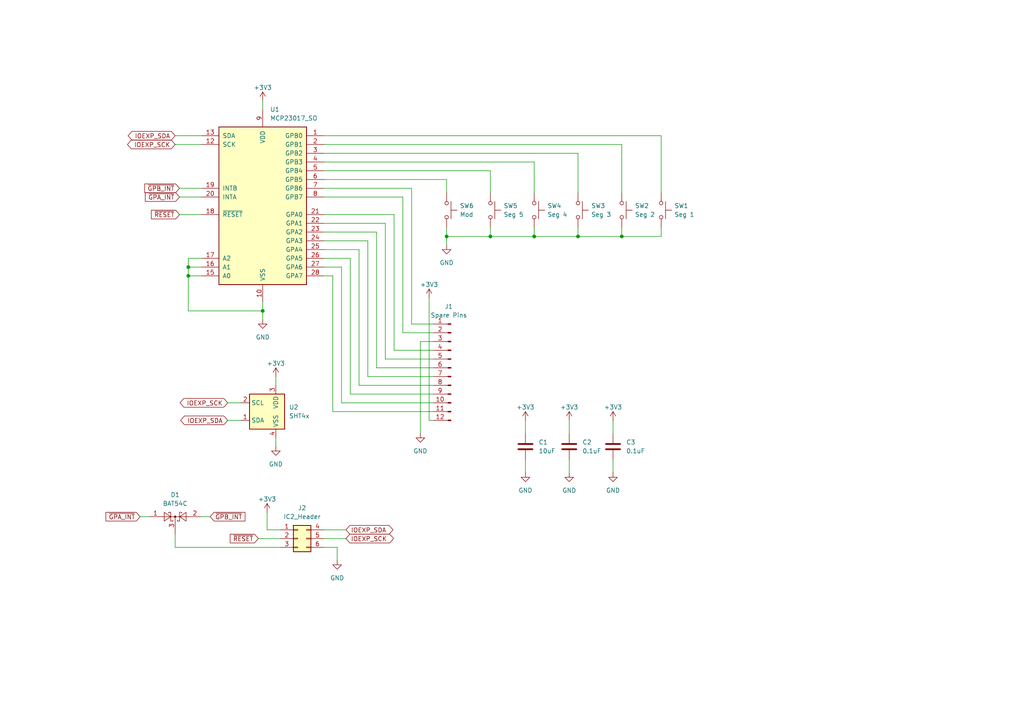
<source format=kicad_sch>
(kicad_sch (version 20250114) (generator "eeschema") (generator_version "9.0")
  (paper "A4")
  (title_block (company "chof.org"))
  (lib_symbols
    (symbol "Connector:Conn_01x12_Pin" (pin_names (offset 1.016) (hide yes))
      (property "Reference" "J" (at 0 15.24 0))
      (property "Value" "Conn_01x12_Pin" (at 0 -17.78 0))
      (symbol "Conn_01x12_Pin_1_1"
        (rectangle (start 0.8636 12.827) (end 0 12.573) (stroke (width 0.1524)) (fill (type outline)))
        (rectangle (start 0.8636 10.287) (end 0 10.033) (stroke (width 0.1524)) (fill (type outline)))
        (rectangle (start 0.8636 7.747) (end 0 7.493) (stroke (width 0.1524)) (fill (type outline)))
        (rectangle (start 0.8636 5.207) (end 0 4.953) (stroke (width 0.1524)) (fill (type outline)))
        (rectangle (start 0.8636 2.667) (end 0 2.413) (stroke (width 0.1524)) (fill (type outline)))
        (rectangle (start 0.8636 0.127) (end 0 -0.127) (stroke (width 0.1524)) (fill (type outline)))
        (rectangle (start 0.8636 -2.413) (end 0 -2.667) (stroke (width 0.1524)) (fill (type outline)))
        (rectangle (start 0.8636 -4.953) (end 0 -5.207) (stroke (width 0.1524)) (fill (type outline)))
        (rectangle (start 0.8636 -7.493) (end 0 -7.747) (stroke (width 0.1524)) (fill (type outline)))
        (rectangle (start 0.8636 -10.033) (end 0 -10.287) (stroke (width 0.1524)) (fill (type outline)))
        (rectangle (start 0.8636 -12.573) (end 0 -12.827) (stroke (width 0.1524)) (fill (type outline)))
        (rectangle (start 0.8636 -15.113) (end 0 -15.367) (stroke (width 0.1524)) (fill (type outline)))
        (polyline (pts (xy 1.27 12.7) (xy 0.8636 12.7)) (stroke (width 0.1524)))
        (polyline (pts (xy 1.27 10.16) (xy 0.8636 10.16)) (stroke (width 0.1524)))
        (polyline (pts (xy 1.27 7.62) (xy 0.8636 7.62)) (stroke (width 0.1524)))
        (polyline (pts (xy 1.27 5.08) (xy 0.8636 5.08)) (stroke (width 0.1524)))
        (polyline (pts (xy 1.27 2.54) (xy 0.8636 2.54)) (stroke (width 0.1524)))
        (polyline (pts (xy 1.27 0) (xy 0.8636 0)) (stroke (width 0.1524)))
        (polyline (pts (xy 1.27 -2.54) (xy 0.8636 -2.54)) (stroke (width 0.1524)))
        (polyline (pts (xy 1.27 -5.08) (xy 0.8636 -5.08)) (stroke (width 0.1524)))
        (polyline (pts (xy 1.27 -7.62) (xy 0.8636 -7.62)) (stroke (width 0.1524)))
        (polyline (pts (xy 1.27 -10.16) (xy 0.8636 -10.16)) (stroke (width 0.1524)))
        (polyline (pts (xy 1.27 -12.7) (xy 0.8636 -12.7)) (stroke (width 0.1524)))
        (polyline (pts (xy 1.27 -15.24) (xy 0.8636 -15.24)) (stroke (width 0.1524)))
        (pin passive line (at 5.08 12.7 180) (length 3.81) (name "Pin_1") (number "1"))
        (pin passive line (at 5.08 10.16 180) (length 3.81) (name "Pin_2") (number "2"))
        (pin passive line (at 5.08 7.62 180) (length 3.81) (name "Pin_3") (number "3"))
        (pin passive line (at 5.08 5.08 180) (length 3.81) (name "Pin_4") (number "4"))
        (pin passive line (at 5.08 2.54 180) (length 3.81) (name "Pin_5") (number "5"))
        (pin passive line (at 5.08 0 180) (length 3.81) (name "Pin_6") (number "6"))
        (pin passive line (at 5.08 -2.54 180) (length 3.81) (name "Pin_7") (number "7"))
        (pin passive line (at 5.08 -5.08 180) (length 3.81) (name "Pin_8") (number "8"))
        (pin passive line (at 5.08 -7.62 180) (length 3.81) (name "Pin_9") (number "9"))
        (pin passive line (at 5.08 -10.16 180) (length 3.81) (name "Pin_10") (number "10"))
        (pin passive line (at 5.08 -12.7 180) (length 3.81) (name "Pin_11") (number "11"))
        (pin passive line (at 5.08 -15.24 180) (length 3.81) (name "Pin_12") (number "12"))
      )
    )
    (symbol "Connector_Generic:Conn_02x03_Top_Bottom" (pin_names (offset 1.016) (hide yes))
      (property "Reference" "J" (at 1.27 5.08 0))
      (property "Value" "Conn_02x03_Top_Bottom" (at 1.27 -5.08 0))
      (symbol "Conn_02x03_Top_Bottom_1_1"
        (rectangle (start -1.27 3.81) (end 3.81 -3.81) (stroke (width 0.254)) (fill (type background)))
        (rectangle (start -1.27 2.667) (end 0 2.413) (stroke (width 0.1524)))
        (rectangle (start -1.27 0.127) (end 0 -0.127) (stroke (width 0.1524)))
        (rectangle (start -1.27 -2.413) (end 0 -2.667) (stroke (width 0.1524)))
        (rectangle (start 3.81 2.667) (end 2.54 2.413) (stroke (width 0.1524)))
        (rectangle (start 3.81 0.127) (end 2.54 -0.127) (stroke (width 0.1524)))
        (rectangle (start 3.81 -2.413) (end 2.54 -2.667) (stroke (width 0.1524)))
        (pin passive line (at -5.08 2.54 0) (length 3.81) (name "Pin_1") (number "1"))
        (pin passive line (at -5.08 0 0) (length 3.81) (name "Pin_2") (number "2"))
        (pin passive line (at -5.08 -2.54 0) (length 3.81) (name "Pin_3") (number "3"))
        (pin passive line (at 7.62 2.54 180) (length 3.81) (name "Pin_4") (number "4"))
        (pin passive line (at 7.62 0 180) (length 3.81) (name "Pin_5") (number "5"))
        (pin passive line (at 7.62 -2.54 180) (length 3.81) (name "Pin_6") (number "6"))
      )
    )
    (symbol "Device:C" (pin_numbers (hide yes)) (pin_names (offset 0.254))
      (property "Reference" "C" (at 0.635 2.54 0))
      (property "Value" "C" (at 0.635 -2.54 0))
      (symbol "C_0_1"
        (polyline (pts (xy -2.032 0.762) (xy 2.032 0.762)) (stroke (width 0.508)))
        (polyline (pts (xy -2.032 -0.762) (xy 2.032 -0.762)) (stroke (width 0.508)))
      )
      (symbol "C_1_1"
        (pin passive line (at 0 3.81 270) (length 2.794) (name "~") (number "1"))
        (pin passive line (at 0 -3.81 90) (length 2.794) (name "~") (number "2"))
      )
    )
    (symbol "Diode:BAT54C" (pin_names (offset 1.016))
      (property "Reference" "D" (at 0.635 -3.81 0))
      (property "Value" "BAT54C" (at -6.35 3.175 0))
      (symbol "BAT54C_0_1"
        (polyline (pts (xy -3.175 -1.27) (xy -3.175 1.27) (xy -1.27 0) (xy -3.175 -1.27)))
        (polyline (pts (xy -1.905 1.27) (xy -1.905 1.016)))
        (polyline (pts (xy -1.905 0) (xy 1.905 0)))
        (polyline (pts (xy -1.27 1.27) (xy -1.905 1.27)))
        (polyline (pts (xy -1.27 1.27) (xy -1.27 -1.27)))
        (polyline (pts (xy -1.27 0) (xy -3.81 0)))
        (polyline (pts (xy -1.27 -1.27) (xy -0.635 -1.27)))
        (polyline (pts (xy -0.635 -1.27) (xy -0.635 -1.016)))
        (circle (center 0 0) (radius 0.254) (fill (type outline)))
        (polyline (pts (xy 0.635 -1.27) (xy 0.635 -1.016)))
        (polyline (pts (xy 1.27 1.27) (xy 1.27 -1.27)))
        (polyline (pts (xy 1.27 1.27) (xy 1.905 1.27)))
        (polyline (pts (xy 1.27 -1.27) (xy 0.635 -1.27)))
        (polyline (pts (xy 1.905 1.27) (xy 1.905 1.016)))
        (polyline (pts (xy 3.175 -1.27) (xy 3.175 1.27) (xy 1.27 0) (xy 3.175 -1.27)))
        (polyline (pts (xy 3.81 0) (xy 1.27 0)))
      )
      (symbol "BAT54C_1_1"
        (pin passive line (at -7.62 0 0) (length 3.81) (name "~") (number "1"))
        (pin passive line (at 0 -5.08 90) (length 5.08) (name "~") (number "3"))
        (pin passive line (at 7.62 0 180) (length 3.81) (name "~") (number "2"))
      )
    )
    (symbol "Interface_Expansion:MCP23017_SO" (pin_names (offset 1.016))
      (property "Reference" "U" (at -11.43 24.13 0))
      (property "Value" "MCP23017_SO" (at 0 0 0))
      (symbol "MCP23017_SO_0_1"
        (rectangle (start -12.7 22.86) (end 12.7 -22.86) (stroke (width 0.254)) (fill (type background)))
      )
      (symbol "MCP23017_SO_1_1"
        (pin bidirectional line (at -17.78 20.32 0) (length 5.08) (name "SDA") (number "13"))
        (pin input line (at -17.78 17.78 0) (length 5.08) (name "SCK") (number "12"))
        (pin tri_state line (at -17.78 5.08 0) (length 5.08) (name "INTB") (number "19"))
        (pin tri_state line (at -17.78 2.54 0) (length 5.08) (name "INTA") (number "20"))
        (pin input line (at -17.78 -2.54 0) (length 5.08) (name "~{RESET}") (number "18"))
        (pin input line (at -17.78 -15.24 0) (length 5.08) (name "A2") (number "17"))
        (pin input line (at -17.78 -17.78 0) (length 5.08) (name "A1") (number "16"))
        (pin input line (at -17.78 -20.32 0) (length 5.08) (name "A0") (number "15"))
        (pin no_connect line (at -12.7 15.24 0) (length 5.08) (hide yes) (name "NC") (number "11"))
        (pin no_connect line (at -12.7 12.7 0) (length 5.08) (hide yes) (name "NC") (number "14"))
        (pin power_in line (at 0 27.94 270) (length 5.08) (name "VDD") (number "9"))
        (pin power_in line (at 0 -27.94 90) (length 5.08) (name "VSS") (number "10"))
        (pin bidirectional line (at 17.78 20.32 180) (length 5.08) (name "GPB0") (number "1"))
        (pin bidirectional line (at 17.78 17.78 180) (length 5.08) (name "GPB1") (number "2"))
        (pin bidirectional line (at 17.78 15.24 180) (length 5.08) (name "GPB2") (number "3"))
        (pin bidirectional line (at 17.78 12.7 180) (length 5.08) (name "GPB3") (number "4"))
        (pin bidirectional line (at 17.78 10.16 180) (length 5.08) (name "GPB4") (number "5"))
        (pin bidirectional line (at 17.78 7.62 180) (length 5.08) (name "GPB5") (number "6"))
        (pin bidirectional line (at 17.78 5.08 180) (length 5.08) (name "GPB6") (number "7"))
        (pin output line (at 17.78 2.54 180) (length 5.08) (name "GPB7") (number "8"))
        (pin bidirectional line (at 17.78 -2.54 180) (length 5.08) (name "GPA0") (number "21"))
        (pin bidirectional line (at 17.78 -5.08 180) (length 5.08) (name "GPA1") (number "22"))
        (pin bidirectional line (at 17.78 -7.62 180) (length 5.08) (name "GPA2") (number "23"))
        (pin bidirectional line (at 17.78 -10.16 180) (length 5.08) (name "GPA3") (number "24"))
        (pin bidirectional line (at 17.78 -12.7 180) (length 5.08) (name "GPA4") (number "25"))
        (pin bidirectional line (at 17.78 -15.24 180) (length 5.08) (name "GPA5") (number "26"))
        (pin bidirectional line (at 17.78 -17.78 180) (length 5.08) (name "GPA6") (number "27"))
        (pin output line (at 17.78 -20.32 180) (length 5.08) (name "GPA7") (number "28"))
      )
    )
    (symbol "Sensor_Humidity:SHT4x"
      (property "Reference" "U" (at 0 8.89 0))
      (property "Value" "SHT4x" (at 0 6.35 0))
      (symbol "SHT4x_1_1"
        (rectangle (start -5.08 5.08) (end 5.08 -5.08) (stroke (width 0.254)) (fill (type background)))
        (pin input line (at -7.62 2.54 0) (length 2.54) (name "SCL") (number "2"))
        (pin bidirectional line (at -7.62 -2.54 0) (length 2.54) (name "SDA") (number "1"))
        (pin power_in line (at 2.54 7.62 270) (length 2.54) (name "VDD") (number "3"))
        (pin power_in line (at 2.54 -7.62 90) (length 2.54) (name "VSS") (number "4"))
      )
    )
    (symbol "Switch:SW_Push" (pin_numbers (hide yes)) (pin_names (offset 1.016) (hide yes))
      (property "Reference" "SW" (at 1.27 2.54 0))
      (property "Value" "SW_Push" (at 0 -1.524 0))
      (symbol "SW_Push_0_1"
        (circle (center -2.032 0) (radius 0.508))
        (polyline (pts (xy 0 1.27) (xy 0 3.048)))
        (circle (center 2.032 0) (radius 0.508))
        (polyline (pts (xy 2.54 1.27) (xy -2.54 1.27)))
        (pin passive line (at -5.08 0 0) (length 2.54) (name "1") (number "1"))
        (pin passive line (at 5.08 0 180) (length 2.54) (name "2") (number "2"))
      )
    )
    (symbol "power:+3V3" (power) (pin_numbers (hide yes)) (pin_names (offset 0) (hide yes))
      (property "Value" "+3V3" (at 0 3.556 0))
      (symbol "+3V3_0_1"
        (polyline (pts (xy -0.762 1.27) (xy 0 2.54)))
        (polyline (pts (xy 0 2.54) (xy 0.762 1.27)))
        (polyline (pts (xy 0 0) (xy 0 2.54)))
      )
      (symbol "+3V3_1_1"
        (pin power_in line (at 0 0 90) (length 0) (name "~") (number "1"))
      )
    )
    (symbol "power:GND" (power) (pin_numbers (hide yes)) (pin_names (offset 0) (hide yes))
      (property "Value" "GND" (at 0 -3.81 0))
      (symbol "GND_0_1"
        (polyline (pts (xy 0 0) (xy 0 -1.27) (xy 1.27 -1.27) (xy 0 -2.54) (xy -1.27 -1.27) (xy 0 -1.27)))
      )
      (symbol "GND_1_1"
        (pin power_in line (at 0 0 270) (length 0) (name "~") (number "1"))
      )
    )
  )
  (junction (at 180.34 68.58))
  (junction (at 76.2 90.17))
  (junction (at 54.61 77.47))
  (junction (at 154.94 68.58))
  (junction (at 167.64 68.58))
  (junction (at 142.24 68.58))
  (junction (at 54.61 80.01))
  (junction (at 129.54 68.58))
  (wire (pts (xy 154.94 68.58) (xy 154.94 66.04)))
  (wire (pts (xy 50.8 154.94) (xy 50.8 158.75)))
  (wire (pts (xy 93.98 156.21) (xy 100.33 156.21)))
  (wire (pts (xy 76.2 87.63) (xy 76.2 90.17)))
  (wire (pts (xy 129.54 66.04) (xy 129.54 68.58)))
  (wire (pts (xy 125.73 106.68) (xy 109.22 106.68)))
  (wire (pts (xy 114.3 62.23) (xy 114.3 101.6)))
  (wire (pts (xy 93.98 153.67) (xy 100.33 153.67)))
  (wire (pts (xy 52.07 54.61) (xy 58.42 54.61)))
  (wire (pts (xy 177.8 133.35) (xy 177.8 137.16)))
  (wire (pts (xy 165.1 121.92) (xy 165.1 125.73)))
  (wire (pts (xy 109.22 106.68) (xy 109.22 67.31)))
  (wire (pts (xy 142.24 68.58) (xy 142.24 66.04)))
  (wire (pts (xy 119.38 93.98) (xy 125.73 93.98)))
  (wire (pts (xy 99.06 116.84) (xy 99.06 77.47)))
  (wire (pts (xy 106.68 109.22) (xy 125.73 109.22)))
  (wire (pts (xy 96.52 119.38) (xy 125.73 119.38)))
  (wire (pts (xy 76.2 29.21) (xy 76.2 31.75)))
  (wire (pts (xy 50.8 158.75) (xy 81.28 158.75)))
  (wire (pts (xy 97.79 158.75) (xy 97.79 162.56)))
  (wire (pts (xy 93.98 49.53) (xy 142.24 49.53)))
  (wire (pts (xy 93.98 80.01) (xy 96.52 80.01)))
  (wire (pts (xy 93.98 52.07) (xy 129.54 52.07)))
  (wire (pts (xy 177.8 121.92) (xy 177.8 125.73)))
  (wire (pts (xy 167.64 68.58) (xy 167.64 66.04)))
  (wire (pts (xy 93.98 54.61) (xy 119.38 54.61)))
  (wire (pts (xy 76.2 90.17) (xy 76.2 92.71)))
  (wire (pts (xy 80.01 109.22) (xy 80.01 111.76)))
  (wire (pts (xy 40.64 149.86) (xy 43.18 149.86)))
  (wire (pts (xy 54.61 80.01) (xy 54.61 90.17)))
  (wire (pts (xy 93.98 74.93) (xy 101.6 74.93)))
  (wire (pts (xy 93.98 64.77) (xy 111.76 64.77)))
  (wire (pts (xy 101.6 74.93) (xy 101.6 114.3)))
  (wire (pts (xy 101.6 114.3) (xy 125.73 114.3)))
  (wire (pts (xy 93.98 39.37) (xy 191.77 39.37)))
  (wire (pts (xy 93.98 62.23) (xy 114.3 62.23)))
  (wire (pts (xy 106.68 69.85) (xy 106.68 109.22)))
  (wire (pts (xy 52.07 62.23) (xy 58.42 62.23)))
  (wire (pts (xy 154.94 68.58) (xy 167.64 68.58)))
  (wire (pts (xy 111.76 104.14) (xy 125.73 104.14)))
  (wire (pts (xy 119.38 54.61) (xy 119.38 93.98)))
  (wire (pts (xy 124.46 86.36) (xy 124.46 121.92)))
  (wire (pts (xy 93.98 57.15) (xy 116.84 57.15)))
  (wire (pts (xy 142.24 68.58) (xy 154.94 68.58)))
  (wire (pts (xy 116.84 57.15) (xy 116.84 96.52)))
  (wire (pts (xy 124.46 121.92) (xy 125.73 121.92)))
  (wire (pts (xy 93.98 158.75) (xy 97.79 158.75)))
  (wire (pts (xy 180.34 68.58) (xy 191.77 68.58)))
  (wire (pts (xy 167.64 44.45) (xy 167.64 55.88)))
  (wire (pts (xy 152.4 133.35) (xy 152.4 137.16)))
  (wire (pts (xy 54.61 80.01) (xy 58.42 80.01)))
  (wire (pts (xy 66.04 116.84) (xy 69.85 116.84)))
  (wire (pts (xy 180.34 41.91) (xy 180.34 55.88)))
  (wire (pts (xy 93.98 69.85) (xy 106.68 69.85)))
  (wire (pts (xy 121.92 99.06) (xy 125.73 99.06)))
  (wire (pts (xy 80.01 127) (xy 80.01 129.54)))
  (wire (pts (xy 142.24 49.53) (xy 142.24 55.88)))
  (wire (pts (xy 58.42 74.93) (xy 54.61 74.93)))
  (wire (pts (xy 129.54 68.58) (xy 142.24 68.58)))
  (wire (pts (xy 54.61 77.47) (xy 58.42 77.47)))
  (wire (pts (xy 167.64 68.58) (xy 180.34 68.58)))
  (wire (pts (xy 93.98 41.91) (xy 180.34 41.91)))
  (wire (pts (xy 77.47 153.67) (xy 81.28 153.67)))
  (wire (pts (xy 104.14 72.39) (xy 93.98 72.39)))
  (wire (pts (xy 96.52 80.01) (xy 96.52 119.38)))
  (wire (pts (xy 191.77 68.58) (xy 191.77 66.04)))
  (wire (pts (xy 66.04 121.92) (xy 69.85 121.92)))
  (wire (pts (xy 54.61 77.47) (xy 54.61 80.01)))
  (wire (pts (xy 77.47 148.59) (xy 77.47 153.67)))
  (wire (pts (xy 125.73 111.76) (xy 104.14 111.76)))
  (wire (pts (xy 54.61 74.93) (xy 54.61 77.47)))
  (wire (pts (xy 116.84 96.52) (xy 125.73 96.52)))
  (wire (pts (xy 154.94 46.99) (xy 154.94 55.88)))
  (wire (pts (xy 165.1 133.35) (xy 165.1 137.16)))
  (wire (pts (xy 121.92 125.73) (xy 121.92 99.06)))
  (wire (pts (xy 50.8 39.37) (xy 58.42 39.37)))
  (wire (pts (xy 114.3 101.6) (xy 125.73 101.6)))
  (wire (pts (xy 52.07 57.15) (xy 58.42 57.15)))
  (wire (pts (xy 125.73 116.84) (xy 99.06 116.84)))
  (wire (pts (xy 58.42 149.86) (xy 60.96 149.86)))
  (wire (pts (xy 180.34 68.58) (xy 180.34 66.04)))
  (wire (pts (xy 111.76 64.77) (xy 111.76 104.14)))
  (wire (pts (xy 99.06 77.47) (xy 93.98 77.47)))
  (wire (pts (xy 50.8 41.91) (xy 58.42 41.91)))
  (wire (pts (xy 109.22 67.31) (xy 93.98 67.31)))
  (wire (pts (xy 191.77 39.37) (xy 191.77 55.88)))
  (wire (pts (xy 74.93 156.21) (xy 81.28 156.21)))
  (wire (pts (xy 93.98 46.99) (xy 154.94 46.99)))
  (wire (pts (xy 104.14 111.76) (xy 104.14 72.39)))
  (wire (pts (xy 93.98 44.45) (xy 167.64 44.45)))
  (wire (pts (xy 129.54 52.07) (xy 129.54 55.88)))
  (wire (pts (xy 152.4 121.92) (xy 152.4 125.73)))
  (wire (pts (xy 54.61 90.17) (xy 76.2 90.17)))
  (wire (pts (xy 129.54 68.58) (xy 129.54 71.12)))
  (global_label "IOEXP_SDA" (shape bidirectional) (at 50.8 39.37 180) (property "Intersheetrefs" "${INTERSHEET_REFS}" (effects (hide yes))))
  (global_label "~{RESET}" (shape input) (at 74.93 156.21 180) (property "Intersheetrefs" "${INTERSHEET_REFS}" (effects (hide yes))))
  (global_label "~{GPB_INT}" (shape input) (at 60.96 149.86 0) (property "Intersheetrefs" "${INTERSHEET_REFS}" (effects (hide yes))))
  (global_label "~{RESET}" (shape input) (at 52.07 62.23 180) (property "Intersheetrefs" "${INTERSHEET_REFS}" (effects (hide yes))))
  (global_label "~{GPA_INT}" (shape input) (at 40.64 149.86 180) (property "Intersheetrefs" "${INTERSHEET_REFS}" (effects (hide yes))))
  (global_label "~{GPA_INT}" (shape input) (at 52.07 57.15 180) (property "Intersheetrefs" "${INTERSHEET_REFS}" (effects (hide yes))))
  (global_label "IOEXP_SCK" (shape bidirectional) (at 66.04 116.84 180) (property "Intersheetrefs" "${INTERSHEET_REFS}" (effects (hide yes))))
  (global_label "IOEXP_SCK" (shape bidirectional) (at 100.33 156.21 0) (property "Intersheetrefs" "${INTERSHEET_REFS}" (effects (hide yes))))
  (global_label "IOEXP_SCK" (shape bidirectional) (at 50.8 41.91 180) (property "Intersheetrefs" "${INTERSHEET_REFS}" (effects (hide yes))))
  (global_label "IOEXP_SDA" (shape bidirectional) (at 66.04 121.92 180) (property "Intersheetrefs" "${INTERSHEET_REFS}" (effects (hide yes))))
  (global_label "~{GPB_INT}" (shape input) (at 52.07 54.61 180) (property "Intersheetrefs" "${INTERSHEET_REFS}" (effects (hide yes))))
  (global_label "IOEXP_SDA" (shape bidirectional) (at 100.33 153.67 0) (property "Intersheetrefs" "${INTERSHEET_REFS}" (effects (hide yes))))
  (symbol (lib_id "power:+3V3") (at 80.01 109.22 0) (unit 1)
    (property "Reference" "#PWR03" (effects (hide yes)))
    (property "Value" "+3V3" (at 80.01 105.41 0))
    (property "Description" "Power symbol creates a global label with name \"+3V3\"" (effects (hide yes)))
  )
  (symbol (lib_id "Switch:SW_Push") (at 129.54 60.96 270) (unit 1)
    (property "Reference" "SW6" (at 133.35 59.6899 90) (effects (justify left)))
    (property "Value" "Mod" (at 133.35 62.2299 90) (effects (justify left)))
    (property "Footprint" "Chof747_Footprints:KEY-SMD_L3.9-W3.0-LS5.0-EH" (effects (hide yes)))
    (property "Description" "Push button switch, generic, two pins" (effects (hide yes)))
  )
  (symbol (lib_id "Switch:SW_Push") (at 191.77 60.96 270) (unit 1)
    (property "Reference" "SW1" (at 195.58 59.6899 90) (effects (justify left)))
    (property "Value" "Seg 1" (at 195.58 62.2299 90) (effects (justify left)))
    (property "Footprint" "Chof747_Footprints:KEY-SMD_L3.9-W3.0-LS5.0-EH" (effects (hide yes)))
    (property "Description" "Push button switch, generic, two pins" (effects (hide yes)))
  )
  (symbol (lib_id "Sensor_Humidity:SHT4x") (at 77.47 119.38 0) (unit 1)
    (property "Reference" "U2" (at 83.82 118.1099 0) (effects (justify left)))
    (property "Value" "SHT4x" (at 83.82 120.6499 0) (effects (justify left)))
    (property "Footprint" "Sensor_Humidity:Sensirion_DFN-4_1.5x1.5mm_P0.8mm_SHT4x_NoCentralPad" (effects (hide yes)))
    (property "Datasheet" "https://sensirion.com/media/documents/33FD6951/624C4357/Datasheet_SHT4x.pdf" (effects (hide yes)))
    (property "Description" "Digital Humidity and Temperature Sensor, ±1%RH, ±0.1°C, I2C, 1.08-3.6V, 16bit, DFN-4" (effects (hide yes)))
  )
  (symbol (lib_id "power:+3V3") (at 76.2 29.21 0) (unit 1)
    (property "Reference" "#PWR01" (effects (hide yes)))
    (property "Value" "+3V3" (at 76.2 25.4 0))
    (property "Description" "Power symbol creates a global label with name \"+3V3\"" (effects (hide yes)))
  )
  (symbol (lib_id "power:+3V3") (at 152.4 121.92 0) (unit 1)
    (property "Reference" "#PWR08" (effects (hide yes)))
    (property "Value" "+3V3" (at 152.4 118.11 0))
    (property "Description" "Power symbol creates a global label with name \"+3V3\"" (effects (hide yes)))
  )
  (symbol (lib_id "power:GND") (at 80.01 129.54 0) (unit 1)
    (property "Reference" "#PWR04" (effects (hide yes)))
    (property "Value" "GND" (at 80.01 134.62 0))
    (property "Description" "Power symbol creates a global label with name \"GND\" , ground" (effects (hide yes)))
  )
  (symbol (lib_id "power:GND") (at 121.92 125.73 0) (unit 1)
    (property "Reference" "#PWR06" (effects (hide yes)))
    (property "Value" "GND" (at 121.92 130.81 0))
    (property "Description" "Power symbol creates a global label with name \"GND\" , ground" (effects (hide yes)))
  )
  (symbol (lib_id "Device:C") (at 152.4 129.54 0) (unit 1)
    (property "Reference" "C1" (at 156.21 128.2699 0) (effects (justify left)))
    (property "Value" "10uF" (at 156.21 130.8099 0) (effects (justify left)))
    (property "Footprint" "Capacitor_SMD:C_0603_1608Metric_Pad1.08x0.95mm_HandSolder" (effects (hide yes)))
    (property "Description" "Unpolarized capacitor" (effects (hide yes)))
  )
  (symbol (lib_id "Device:C") (at 165.1 129.54 0) (unit 1)
    (property "Reference" "C2" (at 168.91 128.2699 0) (effects (justify left)))
    (property "Value" "0.1uF" (at 168.91 130.8099 0) (effects (justify left)))
    (property "Footprint" "Capacitor_SMD:C_0603_1608Metric_Pad1.08x0.95mm_HandSolder" (effects (hide yes)))
    (property "Description" "Unpolarized capacitor" (effects (hide yes)))
  )
  (symbol (lib_id "Diode:BAT54C") (at 50.8 149.86 0) (unit 1)
    (property "Reference" "D1" (at 50.8 143.51 0))
    (property "Value" "BAT54C" (at 50.8 146.05 0))
    (property "Footprint" "Package_TO_SOT_SMD:SOT-23" (effects (hide yes)))
    (property "Datasheet" "http://www.diodes.com/_files/datasheets/ds11005.pdf" (effects (hide yes)))
    (property "Description" "dual schottky barrier diode, common cathode" (effects (hide yes)))
  )
  (symbol (lib_id "power:+3V3") (at 165.1 121.92 0) (unit 1)
    (property "Reference" "#PWR09" (effects (hide yes)))
    (property "Value" "+3V3" (at 165.1 118.11 0))
    (property "Description" "Power symbol creates a global label with name \"+3V3\"" (effects (hide yes)))
  )
  (symbol (lib_id "Switch:SW_Push") (at 154.94 60.96 270) (unit 1)
    (property "Reference" "SW4" (at 158.75 59.6899 90) (effects (justify left)))
    (property "Value" "Seg 4" (at 158.75 62.2299 90) (effects (justify left)))
    (property "Footprint" "Chof747_Footprints:KEY-SMD_L3.9-W3.0-LS5.0-EH" (effects (hide yes)))
    (property "Description" "Push button switch, generic, two pins" (effects (hide yes)))
  )
  (symbol (lib_id "power:GND") (at 97.79 162.56 0) (unit 1)
    (property "Reference" "#PWR019" (effects (hide yes)))
    (property "Value" "GND" (at 97.79 167.64 0))
    (property "Description" "Power symbol creates a global label with name \"GND\" , ground" (effects (hide yes)))
  )
  (symbol (lib_id "power:GND") (at 165.1 137.16 0) (unit 1)
    (property "Reference" "#PWR011" (effects (hide yes)))
    (property "Value" "GND" (at 165.1 142.24 0))
    (property "Description" "Power symbol creates a global label with name \"GND\" , ground" (effects (hide yes)))
  )
  (symbol (lib_id "power:+3V3") (at 77.47 148.59 0) (unit 1)
    (property "Reference" "#PWR018" (effects (hide yes)))
    (property "Value" "+3V3" (at 77.47 144.78 0))
    (property "Description" "Power symbol creates a global label with name \"+3V3\"" (effects (hide yes)))
  )
  (symbol (lib_id "Switch:SW_Push") (at 167.64 60.96 270) (unit 1)
    (property "Reference" "SW3" (at 171.45 59.6899 90) (effects (justify left)))
    (property "Value" "Seg 3" (at 171.45 62.2299 90) (effects (justify left)))
    (property "Footprint" "Chof747_Footprints:KEY-SMD_L3.9-W3.0-LS5.0-EH" (effects (hide yes)))
    (property "Description" "Push button switch, generic, two pins" (effects (hide yes)))
  )
  (symbol (lib_id "Interface_Expansion:MCP23017_SO") (at 76.2 59.69 0) (unit 1)
    (property "Reference" "U1" (at 78.3433 31.75 0) (effects (justify left)))
    (property "Value" "MCP23017_SO" (at 78.3433 34.29 0) (effects (justify left)))
    (property "Footprint" "Package_SO:SOIC-28W_7.5x17.9mm_P1.27mm" (effects (hide yes)))
    (property "Datasheet" "https://ww1.microchip.com/downloads/aemDocuments/documents/APID/ProductDocuments/DataSheets/MCP23017-Data-Sheet-DS20001952.pdf" (effects (hide yes)))
    (property "Description" "16-bit I/O expander, I2C, interrupts, w pull-ups, GPA/B7 output only (https://microchip.my.site.com/s/article/GPA7---GPB7-Cannot-Be-Used-as-Inputs-In-MCP23017),  SOIC-28" (effects (hide yes)))
  )
  (symbol (lib_id "Connector_Generic:Conn_02x03_Top_Bottom") (at 86.36 156.21 0) (unit 1)
    (property "Reference" "J2" (at 87.63 147.32 0))
    (property "Value" "IC2_Header" (at 87.63 149.86 0))
    (property "Footprint" "Chof747_Connectors:HDR-TH_6P-P2.54-V-F-R2-C3-S2.54-4" (effects (hide yes)))
    (property "Description" "Generic connector, double row, 02x03, top/bottom pin numbering scheme (row 1: 1...pins_per_row, row2: pins_per_row+1 ... num_pins), script generated (kicad-library-utils/schlib/autogen/connector/)" (effects (hide yes)))
  )
  (symbol (lib_id "Device:C") (at 177.8 129.54 0) (unit 1)
    (property "Reference" "C3" (at 181.61 128.2699 0) (effects (justify left)))
    (property "Value" "0.1uF" (at 181.61 130.8099 0) (effects (justify left)))
    (property "Footprint" "Capacitor_SMD:C_0603_1608Metric_Pad1.08x0.95mm_HandSolder" (effects (hide yes)))
    (property "Description" "Unpolarized capacitor" (effects (hide yes)))
  )
  (symbol (lib_id "Switch:SW_Push") (at 142.24 60.96 270) (unit 1)
    (property "Reference" "SW5" (at 146.05 59.6899 90) (effects (justify left)))
    (property "Value" "Seg 5" (at 146.05 62.2299 90) (effects (justify left)))
    (property "Footprint" "Chof747_Footprints:KEY-SMD_L3.9-W3.0-LS5.0-EH" (effects (hide yes)))
    (property "Description" "Push button switch, generic, two pins" (effects (hide yes)))
  )
  (symbol (lib_id "power:+3V3") (at 124.46 86.36 0) (unit 1)
    (property "Reference" "#PWR07" (effects (hide yes)))
    (property "Value" "+3V3" (at 124.46 82.55 0))
    (property "Description" "Power symbol creates a global label with name \"+3V3\"" (effects (hide yes)))
  )
  (symbol (lib_id "power:GND") (at 177.8 137.16 0) (unit 1)
    (property "Reference" "#PWR013" (effects (hide yes)))
    (property "Value" "GND" (at 177.8 142.24 0))
    (property "Description" "Power symbol creates a global label with name \"GND\" , ground" (effects (hide yes)))
  )
  (symbol (lib_id "Connector:Conn_01x12_Pin") (at 130.81 106.68 0) (mirror y) (unit 1)
    (property "Reference" "J1" (at 130.175 88.9 0))
    (property "Value" "Spare Pins" (at 130.175 91.44 0))
    (property "Footprint" "Connector_PinHeader_2.54mm:PinHeader_1x12_P2.54mm_Vertical" (effects (hide yes)))
    (property "Description" "Generic connector, single row, 01x12, script generated" (effects (hide yes)))
  )
  (symbol (lib_id "power:+3V3") (at 177.8 121.92 0) (unit 1)
    (property "Reference" "#PWR012" (effects (hide yes)))
    (property "Value" "+3V3" (at 177.8 118.11 0))
    (property "Description" "Power symbol creates a global label with name \"+3V3\"" (effects (hide yes)))
  )
  (symbol (lib_id "power:GND") (at 129.54 71.12 0) (unit 1)
    (property "Reference" "#PWR05" (effects (hide yes)))
    (property "Value" "GND" (at 129.54 76.2 0))
    (property "Description" "Power symbol creates a global label with name \"GND\" , ground" (effects (hide yes)))
  )
  (symbol (lib_id "Switch:SW_Push") (at 180.34 60.96 270) (unit 1)
    (property "Reference" "SW2" (at 184.15 59.6899 90) (effects (justify left)))
    (property "Value" "Seg 2" (at 184.15 62.2299 90) (effects (justify left)))
    (property "Footprint" "Chof747_Footprints:KEY-SMD_L3.9-W3.0-LS5.0-EH" (effects (hide yes)))
    (property "Description" "Push button switch, generic, two pins" (effects (hide yes)))
  )
  (symbol (lib_id "power:GND") (at 76.2 92.71 0) (unit 1)
    (property "Reference" "#PWR02" (effects (hide yes)))
    (property "Value" "GND" (at 76.2 97.79 0))
    (property "Description" "Power symbol creates a global label with name \"GND\" , ground" (effects (hide yes)))
  )
  (symbol (lib_id "power:GND") (at 152.4 137.16 0) (unit 1)
    (property "Reference" "#PWR010" (effects (hide yes)))
    (property "Value" "GND" (at 152.4 142.24 0))
    (property "Description" "Power symbol creates a global label with name \"GND\" , ground" (effects (hide yes)))
  )
)
</source>
